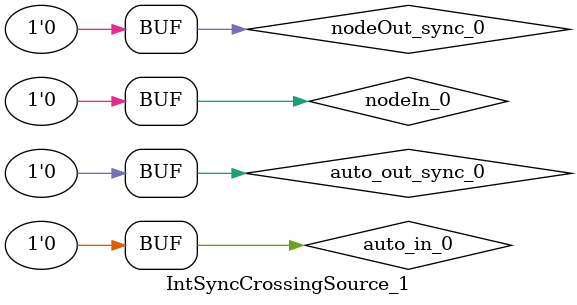
<source format=sv>
`ifndef RANDOMIZE
  `ifdef RANDOMIZE_MEM_INIT
    `define RANDOMIZE
  `endif // RANDOMIZE_MEM_INIT
`endif // not def RANDOMIZE
`ifndef RANDOMIZE
  `ifdef RANDOMIZE_REG_INIT
    `define RANDOMIZE
  `endif // RANDOMIZE_REG_INIT
`endif // not def RANDOMIZE

`ifndef RANDOM
  `define RANDOM $random
`endif // not def RANDOM

// Users can define INIT_RANDOM as general code that gets injected into the
// initializer block for modules with registers.
`ifndef INIT_RANDOM
  `define INIT_RANDOM
`endif // not def INIT_RANDOM

// If using random initialization, you can also define RANDOMIZE_DELAY to
// customize the delay used, otherwise 0.002 is used.
`ifndef RANDOMIZE_DELAY
  `define RANDOMIZE_DELAY 0.002
`endif // not def RANDOMIZE_DELAY

// Define INIT_RANDOM_PROLOG_ for use in our modules below.
`ifndef INIT_RANDOM_PROLOG_
  `ifdef RANDOMIZE
    `ifdef VERILATOR
      `define INIT_RANDOM_PROLOG_ `INIT_RANDOM
    `else  // VERILATOR
      `define INIT_RANDOM_PROLOG_ `INIT_RANDOM #`RANDOMIZE_DELAY begin end
    `endif // VERILATOR
  `else  // RANDOMIZE
    `define INIT_RANDOM_PROLOG_
  `endif // RANDOMIZE
`endif // not def INIT_RANDOM_PROLOG_

// Include register initializers in init blocks unless synthesis is set
`ifndef SYNTHESIS
  `ifndef ENABLE_INITIAL_REG_
    `define ENABLE_INITIAL_REG_
  `endif // not def ENABLE_INITIAL_REG_
`endif // not def SYNTHESIS

// Include rmemory initializers in init blocks unless synthesis is set
`ifndef SYNTHESIS
  `ifndef ENABLE_INITIAL_MEM_
    `define ENABLE_INITIAL_MEM_
  `endif // not def ENABLE_INITIAL_MEM_
`endif // not def SYNTHESIS

// Standard header to adapt well known macros for prints and assertions.

// Users can define 'PRINTF_COND' to add an extra gate to prints.
`ifndef PRINTF_COND_
  `ifdef PRINTF_COND
    `define PRINTF_COND_ (`PRINTF_COND)
  `else  // PRINTF_COND
    `define PRINTF_COND_ 1
  `endif // PRINTF_COND
`endif // not def PRINTF_COND_

// Users can define 'ASSERT_VERBOSE_COND' to add an extra gate to assert error printing.
`ifndef ASSERT_VERBOSE_COND_
  `ifdef ASSERT_VERBOSE_COND
    `define ASSERT_VERBOSE_COND_ (`ASSERT_VERBOSE_COND)
  `else  // ASSERT_VERBOSE_COND
    `define ASSERT_VERBOSE_COND_ 1
  `endif // ASSERT_VERBOSE_COND
`endif // not def ASSERT_VERBOSE_COND_

// Users can define 'STOP_COND' to add an extra gate to stop conditions.
`ifndef STOP_COND_
  `ifdef STOP_COND
    `define STOP_COND_ (`STOP_COND)
  `else  // STOP_COND
    `define STOP_COND_ 1
  `endif // STOP_COND
`endif // not def STOP_COND_

module IntSyncCrossingSource_1();
  wire auto_in_0 = 1'h0;
  wire auto_out_sync_0 = 1'h0;
  wire nodeIn_0 = 1'h0;	// src/main/scala/diplomacy/Nodes.scala:1214:17
  wire nodeOut_sync_0 = 1'h0;	// src/main/scala/diplomacy/Nodes.scala:1205:17
  AsyncResetRegVec_w1_i0 reg_0 ();	// src/main/scala/util/AsyncResetReg.scala:86:21
endmodule


</source>
